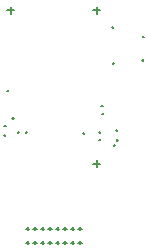
<source format=gbr>
%TF.GenerationSoftware,Altium Limited,Altium Designer,18.0.12 (696)*%
G04 Layer_Color=128*
%FSLAX45Y45*%
%MOMM*%
%TF.FileFunction,Drillmap*%
%TF.Part,Single*%
G01*
G75*
%TA.AperFunction,NonConductor*%
%ADD80C,0.12700*%
D80*
X510000Y230500D02*
X520000D01*
X515000Y225500D02*
Y235500D01*
X210227Y-592140D02*
X237727D01*
X223977Y-605890D02*
Y-578390D01*
X83277Y-592140D02*
X110777D01*
X97027Y-605890D02*
Y-578390D01*
X-107223Y-472840D02*
X-79723D01*
X-93473Y-486590D02*
Y-459090D01*
X-170723Y-472840D02*
X-143223D01*
X-156973Y-486590D02*
Y-459090D01*
X-234223Y-472840D02*
X-206723D01*
X-220473Y-486590D02*
Y-459090D01*
X83277Y-472840D02*
X110777D01*
X97027Y-486590D02*
Y-459090D01*
X19777Y-472840D02*
X47277D01*
X33527Y-486590D02*
Y-459090D01*
X-43723Y-472840D02*
X-16223D01*
X-29973Y-486590D02*
Y-459090D01*
X-107223Y-592140D02*
X-79723D01*
X-93473Y-605890D02*
Y-578390D01*
X-170723Y-592140D02*
X-143223D01*
X-156973Y-605890D02*
Y-578390D01*
X-234223Y-592140D02*
X-206723D01*
X-220473Y-605890D02*
Y-578390D01*
X-43723Y-592140D02*
X-16223D01*
X-29973Y-605890D02*
Y-578390D01*
X19777Y-592140D02*
X47277D01*
X33527Y-605890D02*
Y-578390D01*
X146727Y-472840D02*
X174227D01*
X160477Y-486590D02*
Y-459090D01*
X146727Y-592140D02*
X174227D01*
X160477Y-605890D02*
Y-578390D01*
X210227Y-472840D02*
X237727D01*
X223977Y-486590D02*
Y-459090D01*
X-395000Y1375000D02*
X-335000D01*
X-365000Y1345000D02*
Y1405000D01*
X-305750Y343250D02*
X-295750D01*
X-300750Y338250D02*
Y348250D01*
X-237750Y343250D02*
X-227750D01*
X-232750Y338250D02*
Y348250D01*
X-418000Y315500D02*
X-408000D01*
X-413000Y310500D02*
Y320500D01*
X-417250Y398500D02*
X-407250D01*
X-412250Y393500D02*
Y403500D01*
X-392819Y695000D02*
X-382819D01*
X-387819Y690000D02*
Y700000D01*
X386000Y278000D02*
X396000D01*
X391000Y273000D02*
Y283000D01*
X386000Y343250D02*
X396000D01*
X391000Y338250D02*
Y348250D01*
X335000Y1375000D02*
X395000D01*
X365000Y1345000D02*
Y1405000D01*
X335000Y75000D02*
X395000D01*
X365000Y45000D02*
Y105000D01*
X534750Y276750D02*
X544750D01*
X539750Y271750D02*
Y281750D01*
X530000Y358000D02*
X540000D01*
X535000Y353000D02*
Y363000D01*
X495000Y1230000D02*
X505000D01*
X500000Y1225000D02*
Y1235000D01*
X247692Y335187D02*
X257692D01*
X252692Y330187D02*
Y340187D01*
X410000Y500000D02*
X420000D01*
X415000Y495000D02*
Y505000D01*
X500001Y925000D02*
X510001D01*
X505001Y920000D02*
Y930000D01*
X404090Y565999D02*
X414090D01*
X409090Y560999D02*
Y570999D01*
X-348750Y463000D02*
X-338750D01*
X-343750Y458000D02*
Y468000D01*
X755001Y1150000D02*
X765001D01*
X760001Y1145000D02*
Y1155000D01*
X750001Y953882D02*
X760001D01*
X755001Y948882D02*
Y958881D01*
%TF.MD5,39c9228b9534d43a995481450321f192*%
M02*

</source>
